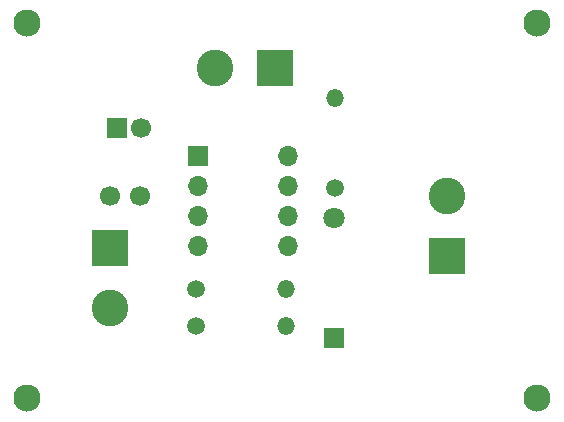
<source format=gbr>
%TF.GenerationSoftware,KiCad,Pcbnew,(5.1.6)-1*%
%TF.CreationDate,2020-06-13T20:27:39+05:30*%
%TF.ProjectId,USING 555,5553494e-4720-4353-9535-2e6b69636164,rev?*%
%TF.SameCoordinates,Original*%
%TF.FileFunction,Soldermask,Bot*%
%TF.FilePolarity,Negative*%
%FSLAX46Y46*%
G04 Gerber Fmt 4.6, Leading zero omitted, Abs format (unit mm)*
G04 Created by KiCad (PCBNEW (5.1.6)-1) date 2020-06-13 20:27:39*
%MOMM*%
%LPD*%
G01*
G04 APERTURE LIST*
%ADD10C,2.300000*%
%ADD11R,1.700000X1.700000*%
%ADD12C,1.700000*%
%ADD13C,1.799260*%
%ADD14R,1.799260X1.799260*%
%ADD15R,3.100000X3.100000*%
%ADD16C,3.100000*%
%ADD17C,1.500000*%
%ADD18O,1.500000X1.500000*%
%ADD19O,1.700000X1.700000*%
G04 APERTURE END LIST*
D10*
%TO.C,REF\u002A\u002A*%
X165100000Y-77470000D03*
%TD*%
%TO.C,REF\u002A\u002A*%
X165100000Y-109220000D03*
%TD*%
%TO.C,REF\u002A\u002A*%
X121920000Y-109220000D03*
%TD*%
%TO.C,REF\u002A\u002A*%
X121920000Y-77470000D03*
%TD*%
D11*
%TO.C,C1*%
X129540000Y-86360000D03*
D12*
X131540000Y-86360000D03*
%TD*%
%TO.C,C2*%
X131445000Y-92075000D03*
X128945000Y-92075000D03*
%TD*%
D13*
%TO.C,LED*%
X147952460Y-93979480D03*
D14*
X147952460Y-104139480D03*
%TD*%
D15*
%TO.C,GND1*%
X128905000Y-96520000D03*
D16*
X128905000Y-101600000D03*
%TD*%
%TO.C,OUT*%
X157480000Y-92075000D03*
D15*
X157480000Y-97155000D03*
%TD*%
D17*
%TO.C,R1*%
X136230001Y-99970001D03*
D18*
X143850001Y-99970001D03*
%TD*%
%TO.C,R2*%
X143850001Y-103120001D03*
D17*
X136230001Y-103120001D03*
%TD*%
%TO.C,R3*%
X147955000Y-91440000D03*
D18*
X147955000Y-83820000D03*
%TD*%
D11*
%TO.C,U1*%
X136380001Y-88720001D03*
D19*
X144000001Y-96340001D03*
X136380001Y-91260001D03*
X144000001Y-93800001D03*
X136380001Y-93800001D03*
X144000001Y-91260001D03*
X136380001Y-96340001D03*
X144000001Y-88720001D03*
%TD*%
D15*
%TO.C,VCC*%
X142875000Y-81280000D03*
D16*
X137795000Y-81280000D03*
%TD*%
M02*

</source>
